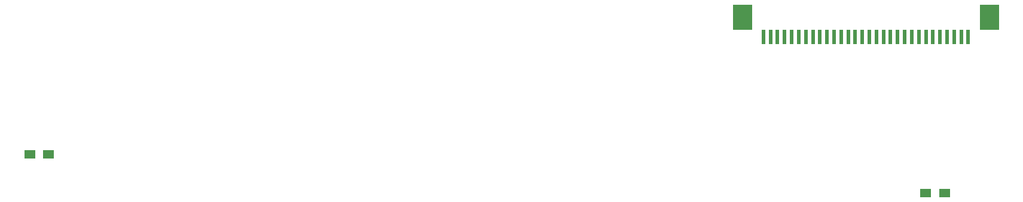
<source format=gtp>
G04 #@! TF.GenerationSoftware,KiCad,Pcbnew,(6.0.1-0)*
G04 #@! TF.CreationDate,2023-03-27T10:59:00-07:00*
G04 #@! TF.ProjectId,daughterboard,64617567-6874-4657-9262-6f6172642e6b,v0.1*
G04 #@! TF.SameCoordinates,Original*
G04 #@! TF.FileFunction,Paste,Top*
G04 #@! TF.FilePolarity,Positive*
%FSLAX46Y46*%
G04 Gerber Fmt 4.6, Leading zero omitted, Abs format (unit mm)*
G04 Created by KiCad (PCBNEW (6.0.1-0)) date 2023-03-27 10:59:00*
%MOMM*%
%LPD*%
G01*
G04 APERTURE LIST*
%ADD10R,0.610000X2.000000*%
%ADD11R,2.680000X3.600000*%
%ADD12R,1.500000X1.200000*%
G04 APERTURE END LIST*
D10*
X202550000Y-60800000D03*
X201550000Y-60800000D03*
X200550000Y-60800000D03*
X199550000Y-60800000D03*
X198550000Y-60800000D03*
X197550000Y-60800000D03*
X196550000Y-60800000D03*
X195550000Y-60800000D03*
X194550000Y-60800000D03*
X193550000Y-60800000D03*
X192550000Y-60800000D03*
X191550000Y-60800000D03*
X190550000Y-60800000D03*
X189550000Y-60800000D03*
X188550000Y-60800000D03*
X187550000Y-60800000D03*
X186550000Y-60800000D03*
X185550000Y-60800000D03*
X184550000Y-60800000D03*
X183550000Y-60800000D03*
X182550000Y-60800000D03*
X181550000Y-60800000D03*
X180550000Y-60800000D03*
X179550000Y-60800000D03*
X178550000Y-60800000D03*
X177550000Y-60800000D03*
X176550000Y-60800000D03*
X175550000Y-60800000D03*
X174550000Y-60800000D03*
X173550000Y-60800000D03*
D11*
X170560000Y-58000000D03*
X205540000Y-58000000D03*
D12*
X72343000Y-77470000D03*
X69643000Y-77470000D03*
X199216000Y-82931000D03*
X196516000Y-82931000D03*
M02*

</source>
